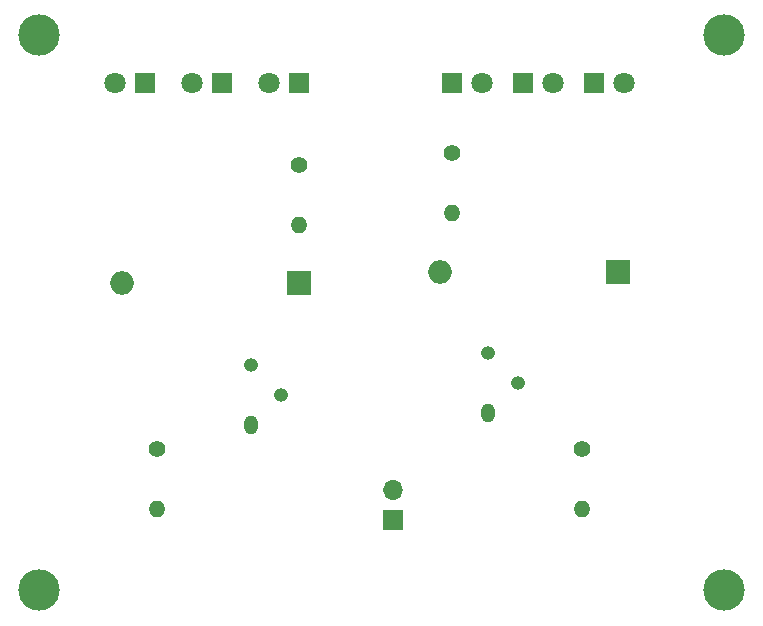
<source format=gbr>
%TF.GenerationSoftware,KiCad,Pcbnew,(5.1.12)-1*%
%TF.CreationDate,2023-08-13T12:23:47+05:30*%
%TF.ProjectId,dancing led,64616e63-696e-4672-906c-65642e6b6963,rev?*%
%TF.SameCoordinates,Original*%
%TF.FileFunction,Copper,L1,Top*%
%TF.FilePolarity,Positive*%
%FSLAX46Y46*%
G04 Gerber Fmt 4.6, Leading zero omitted, Abs format (unit mm)*
G04 Created by KiCad (PCBNEW (5.1.12)-1) date 2023-08-13 12:23:47*
%MOMM*%
%LPD*%
G01*
G04 APERTURE LIST*
%TA.AperFunction,ComponentPad*%
%ADD10O,1.200000X1.200000*%
%TD*%
%TA.AperFunction,ComponentPad*%
%ADD11O,1.200000X1.600000*%
%TD*%
%TA.AperFunction,ComponentPad*%
%ADD12C,1.800000*%
%TD*%
%TA.AperFunction,ComponentPad*%
%ADD13R,1.800000X1.800000*%
%TD*%
%TA.AperFunction,ComponentPad*%
%ADD14O,1.400000X1.400000*%
%TD*%
%TA.AperFunction,ComponentPad*%
%ADD15C,1.400000*%
%TD*%
%TA.AperFunction,ComponentPad*%
%ADD16O,2.000000X2.000000*%
%TD*%
%TA.AperFunction,ComponentPad*%
%ADD17R,2.000000X2.000000*%
%TD*%
%TA.AperFunction,ComponentPad*%
%ADD18O,1.700000X1.700000*%
%TD*%
%TA.AperFunction,ComponentPad*%
%ADD19R,1.700000X1.700000*%
%TD*%
%TA.AperFunction,ViaPad*%
%ADD20C,3.500000*%
%TD*%
G04 APERTURE END LIST*
D10*
%TO.P,T2,3*%
%TO.N,Net-(C1-Pad1)*%
X172000000Y-95920000D03*
%TO.P,T2,2*%
%TO.N,Net-(C2-Pad1)*%
X174540000Y-98460000D03*
D11*
%TO.P,T2,1*%
%TO.N,Net-(9V1-Pad2)*%
X172000000Y-101000000D03*
%TD*%
D10*
%TO.P,T1,3*%
%TO.N,Net-(C2-Pad2)*%
X152000000Y-96920000D03*
%TO.P,T1,2*%
%TO.N,Net-(C1-Pad2)*%
X154540000Y-99460000D03*
D11*
%TO.P,T1,1*%
%TO.N,Net-(9V1-Pad2)*%
X152000000Y-102000000D03*
%TD*%
D12*
%TO.P,R7,2*%
%TO.N,Net-(G3-Pad1)*%
X177540000Y-73000000D03*
D13*
%TO.P,R7,1*%
%TO.N,Net-(G2-Pad2)*%
X175000000Y-73000000D03*
%TD*%
D12*
%TO.P,R6,2*%
%TO.N,Net-(G1-Pad1)*%
X153460000Y-73000000D03*
D13*
%TO.P,R6,1*%
%TO.N,Net-(R1-Pad1)*%
X156000000Y-73000000D03*
%TD*%
D12*
%TO.P,R5,2*%
%TO.N,Net-(9V1-Pad1)*%
X140460000Y-73000000D03*
D13*
%TO.P,R5,1*%
%TO.N,Net-(G1-Pad2)*%
X143000000Y-73000000D03*
%TD*%
D14*
%TO.P,R4,2*%
%TO.N,Net-(9V1-Pad1)*%
X180000000Y-109080000D03*
D15*
%TO.P,R4,1*%
%TO.N,Net-(C2-Pad1)*%
X180000000Y-104000000D03*
%TD*%
D14*
%TO.P,R3,2*%
%TO.N,Net-(9V1-Pad1)*%
X144000000Y-109080000D03*
D15*
%TO.P,R3,1*%
%TO.N,Net-(C1-Pad2)*%
X144000000Y-104000000D03*
%TD*%
D14*
%TO.P,R2,2*%
%TO.N,Net-(C1-Pad1)*%
X169000000Y-84080000D03*
D15*
%TO.P,R2,1*%
%TO.N,Net-(G2-Pad1)*%
X169000000Y-79000000D03*
%TD*%
D14*
%TO.P,R1,2*%
%TO.N,Net-(C2-Pad2)*%
X156000000Y-85080000D03*
D15*
%TO.P,R1,1*%
%TO.N,Net-(R1-Pad1)*%
X156000000Y-80000000D03*
%TD*%
D12*
%TO.P,G3,2*%
%TO.N,Net-(9V1-Pad1)*%
X183540000Y-73000000D03*
D13*
%TO.P,G3,1*%
%TO.N,Net-(G3-Pad1)*%
X181000000Y-73000000D03*
%TD*%
D12*
%TO.P,G2,2*%
%TO.N,Net-(G2-Pad2)*%
X171540000Y-73000000D03*
D13*
%TO.P,G2,1*%
%TO.N,Net-(G2-Pad1)*%
X169000000Y-73000000D03*
%TD*%
D12*
%TO.P,G1,2*%
%TO.N,Net-(G1-Pad2)*%
X147000000Y-73000000D03*
D13*
%TO.P,G1,1*%
%TO.N,Net-(G1-Pad1)*%
X149540000Y-73000000D03*
%TD*%
D16*
%TO.P,C2,2*%
%TO.N,Net-(C2-Pad2)*%
X168000000Y-89000000D03*
D17*
%TO.P,C2,1*%
%TO.N,Net-(C2-Pad1)*%
X183000000Y-89000000D03*
%TD*%
D16*
%TO.P,C1,2*%
%TO.N,Net-(C1-Pad2)*%
X141000000Y-90000000D03*
D17*
%TO.P,C1,1*%
%TO.N,Net-(C1-Pad1)*%
X156000000Y-90000000D03*
%TD*%
D18*
%TO.P,9V1,2*%
%TO.N,Net-(9V1-Pad2)*%
X164000000Y-107460000D03*
D19*
%TO.P,9V1,1*%
%TO.N,Net-(9V1-Pad1)*%
X164000000Y-110000000D03*
%TD*%
D20*
%TO.N,*%
X134000000Y-69000000D03*
X192000000Y-69000000D03*
X134000000Y-116000000D03*
X192000000Y-116000000D03*
%TD*%
M02*

</source>
